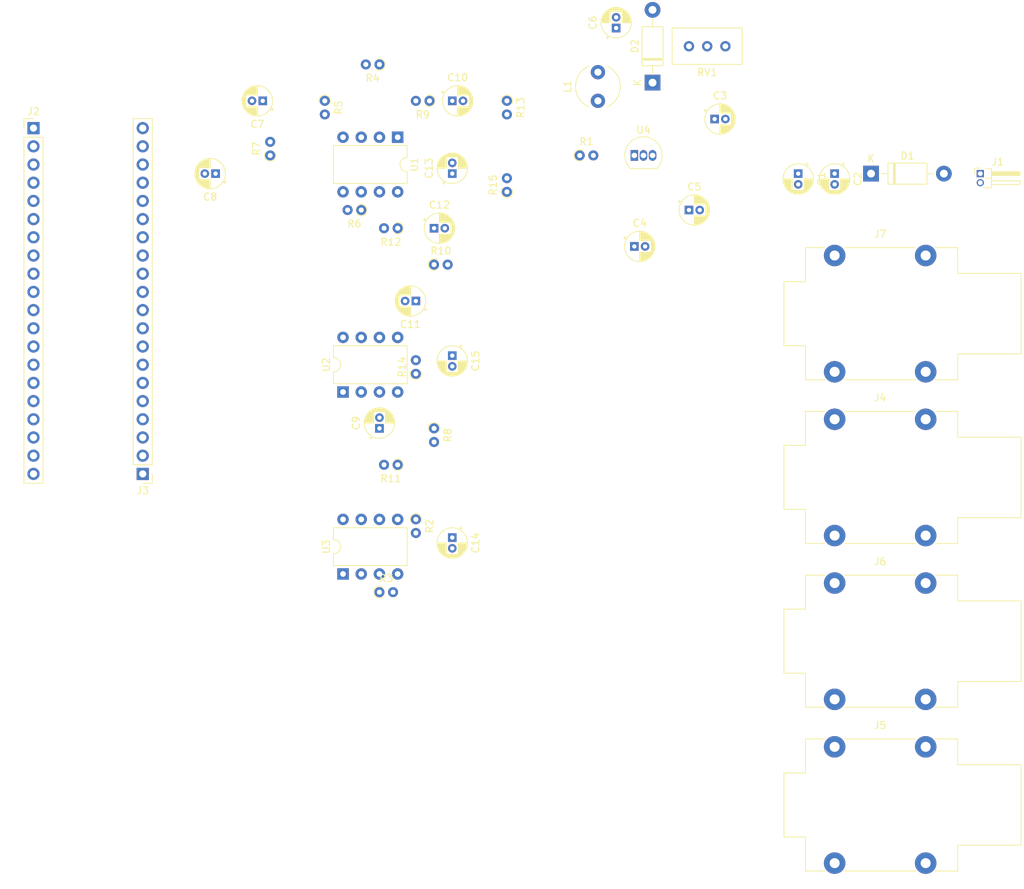
<source format=kicad_pcb>
(kicad_pcb (version 20171130) (host pcbnew 5.1.9)
  (layers (0 F.Cu signal) (31 B.Cu signal) (34 B.Paste user) (35 F.Paste user) (36 B.SilkS user) (37 F.SilkS user) (38 B.Mask user) (39 F.Mask user) (44 Edge.Cuts user))
  (net 0 "")
  (net 1 GND)
  (net 2 +9V)
  (net 3 "Net-(C4-Pad1)")
  (net 4 "Net-(C5-Pad1)")
  (net 5 +5V)
  (net 6 "Net-(C7-Pad2)")
  (net 7 "Net-(C7-Pad1)")
  (net 8 "Net-(C8-Pad2)")
  (net 9 "Net-(C8-Pad1)")
  (net 10 "Net-(C9-Pad1)")
  (net 11 "Net-(C9-Pad2)")
  (net 12 "Net-(C10-Pad1)")
  (net 13 "Net-(C10-Pad2)")
  (net 14 "Net-(C11-Pad1)")
  (net 15 "Net-(C11-Pad2)")
  (net 16 "Net-(C12-Pad1)")
  (net 17 "Net-(C12-Pad2)")
  (net 18 "Net-(D1-Pad2)")
  (net 19 "Net-(J2-Pad1)")
  (net 20 "Net-(J2-Pad2)")
  (net 21 "Net-(J2-Pad3)")
  (net 22 "Net-(J2-Pad4)")
  (net 23 "Net-(J2-Pad5)")
  (net 24 "Net-(J2-Pad6)")
  (net 25 "Net-(J2-Pad7)")
  (net 26 "Net-(J2-Pad8)")
  (net 27 "Net-(J2-Pad9)")
  (net 28 "Net-(J2-Pad10)")
  (net 29 "Net-(J2-Pad11)")
  (net 30 "Net-(J2-Pad12)")
  (net 31 "Net-(J2-Pad13)")
  (net 32 "Net-(J2-Pad14)")
  (net 33 "Net-(J2-Pad15)")
  (net 34 "Net-(J2-Pad16)")
  (net 35 "Net-(J2-Pad17)")
  (net 36 "Net-(J2-Pad18)")
  (net 37 "Net-(J3-Pad17)")
  (net 38 "Net-(J3-Pad16)")
  (net 39 "Net-(J3-Pad15)")
  (net 40 "Net-(J3-Pad14)")
  (net 41 "Net-(J3-Pad13)")
  (net 42 "Net-(J3-Pad12)")
  (net 43 "Net-(J3-Pad11)")
  (net 44 "Net-(J3-Pad10)")
  (net 45 "Net-(J3-Pad9)")
  (net 46 "Net-(J3-Pad8)")
  (net 47 "Net-(J3-Pad7)")
  (net 48 "Net-(J3-Pad6)")
  (net 49 "Net-(J3-Pad5)")
  (net 50 "Net-(J3-Pad4)")
  (net 51 "Net-(J3-Pad3)")
  (net 52 "Net-(J3-Pad2)")
  (net 53 "Net-(J3-Pad1)")
  (net 54 "Net-(R2-Pad2)")
  (net 55 +2V5)
  (net 56 "Net-(R9-Pad2)")
  (net 57 "Net-(R12-Pad2)")
  (module Capacitor_THT:CP_Radial_D4.0mm_P1.50mm (layer F.Cu) (at 312.42 -132.08 270)
    (fp_text reference C1 (at 0.75 -3.25 90) (layer F.SilkS))
    (fp_text value 10u)
    (pad 2 thru_hole circle (at 1.5 0 270) (size 1.2 1.2) (drill 0.6) (layers *.Cu *.Mask) (net 1 GND))
    (pad 1 thru_hole rect (at 0 0 270) (size 1.2 1.2) (drill 0.6) (layers *.Cu *.Mask) (net 2 +9V))
  )
  (module Capacitor_THT:CP_Radial_D4.0mm_P1.50mm (layer F.Cu) (at 317.5 -132.08 270)
    (fp_text reference C2 (at 0.75 -3.25 90) (layer F.SilkS))
    (fp_text value 100n)
    (pad 2 thru_hole circle (at 1.5 0 270) (size 1.2 1.2) (drill 0.6) (layers *.Cu *.Mask) (net 1 GND))
    (pad 1 thru_hole rect (at 0 0 270) (size 1.2 1.2) (drill 0.6) (layers *.Cu *.Mask) (net 2 +9V))
  )
  (module Capacitor_THT:CP_Radial_D4.0mm_P1.50mm (layer F.Cu) (at 300.76 -139.7)
    (fp_text reference C3 (at 0.75 -3.25) (layer F.SilkS))
    (fp_text value 100n)
    (pad 2 thru_hole circle (at 1.5 0) (size 1.2 1.2) (drill 0.6) (layers *.Cu *.Mask) (net 1 GND))
    (pad 1 thru_hole rect (at 0 0) (size 1.2 1.2) (drill 0.6) (layers *.Cu *.Mask) (net 2 +9V))
  )
  (module Capacitor_THT:CP_Radial_D4.0mm_P1.50mm (layer F.Cu) (at 289.56 -121.92)
    (fp_text reference C4 (at 0.75 -3.25) (layer F.SilkS))
    (fp_text value 10u)
    (pad 1 thru_hole rect (at 0 0) (size 1.2 1.2) (drill 0.6) (layers *.Cu *.Mask) (net 3 "Net-(C4-Pad1)"))
    (pad 2 thru_hole circle (at 1.5 0) (size 1.2 1.2) (drill 0.6) (layers *.Cu *.Mask) (net 1 GND))
  )
  (module Capacitor_THT:CP_Radial_D4.0mm_P1.50mm (layer F.Cu) (at 297.18 -127)
    (fp_text reference C5 (at 0.75 -3.25) (layer F.SilkS))
    (fp_text value 1u)
    (pad 1 thru_hole rect (at 0 0) (size 1.2 1.2) (drill 0.6) (layers *.Cu *.Mask) (net 4 "Net-(C5-Pad1)"))
    (pad 2 thru_hole circle (at 1.5 0) (size 1.2 1.2) (drill 0.6) (layers *.Cu *.Mask) (net 1 GND))
  )
  (module Capacitor_THT:CP_Radial_D4.0mm_P1.50mm (layer F.Cu) (at 287.02 -152.4 90)
    (fp_text reference C6 (at 0.75 -3.25 90) (layer F.SilkS))
    (fp_text value 10u)
    (pad 1 thru_hole rect (at 0 0 90) (size 1.2 1.2) (drill 0.6) (layers *.Cu *.Mask) (net 5 +5V))
    (pad 2 thru_hole circle (at 1.5 0 90) (size 1.2 1.2) (drill 0.6) (layers *.Cu *.Mask) (net 1 GND))
  )
  (module Capacitor_THT:CP_Radial_D4.0mm_P1.50mm (layer F.Cu) (at 237.72 -142.24 180)
    (fp_text reference C7 (at 0.75 -3.25) (layer F.SilkS))
    (fp_text value 10u)
    (pad 2 thru_hole circle (at 1.5 0 180) (size 1.2 1.2) (drill 0.6) (layers *.Cu *.Mask) (net 6 "Net-(C7-Pad2)"))
    (pad 1 thru_hole rect (at 0 0 180) (size 1.2 1.2) (drill 0.6) (layers *.Cu *.Mask) (net 7 "Net-(C7-Pad1)"))
  )
  (module Capacitor_THT:CP_Radial_D4.0mm_P1.50mm (layer F.Cu) (at 231.14 -132.08 180)
    (fp_text reference C8 (at 0.75 -3.25) (layer F.SilkS))
    (fp_text value 10u)
    (pad 2 thru_hole circle (at 1.5 0 180) (size 1.2 1.2) (drill 0.6) (layers *.Cu *.Mask) (net 8 "Net-(C8-Pad2)"))
    (pad 1 thru_hole rect (at 0 0 180) (size 1.2 1.2) (drill 0.6) (layers *.Cu *.Mask) (net 9 "Net-(C8-Pad1)"))
  )
  (module Capacitor_THT:CP_Radial_D4.0mm_P1.50mm (layer F.Cu) (at 254 -96.52 90)
    (fp_text reference C9 (at 0.75 -3.25 90) (layer F.SilkS))
    (fp_text value 10u)
    (pad 1 thru_hole rect (at 0 0 90) (size 1.2 1.2) (drill 0.6) (layers *.Cu *.Mask) (net 10 "Net-(C9-Pad1)"))
    (pad 2 thru_hole circle (at 1.5 0 90) (size 1.2 1.2) (drill 0.6) (layers *.Cu *.Mask) (net 11 "Net-(C9-Pad2)"))
  )
  (module Capacitor_THT:CP_Radial_D4.0mm_P1.50mm (layer F.Cu) (at 264.16 -142.24)
    (fp_text reference C10 (at 0.75 -3.25) (layer F.SilkS))
    (fp_text value 10u)
    (pad 1 thru_hole rect (at 0 0) (size 1.2 1.2) (drill 0.6) (layers *.Cu *.Mask) (net 12 "Net-(C10-Pad1)"))
    (pad 2 thru_hole circle (at 1.5 0) (size 1.2 1.2) (drill 0.6) (layers *.Cu *.Mask) (net 13 "Net-(C10-Pad2)"))
  )
  (module Capacitor_THT:CP_Radial_D4.0mm_P1.50mm (layer F.Cu) (at 259.08 -114.3 180)
    (fp_text reference C11 (at 0.75 -3.25) (layer F.SilkS))
    (fp_text value 10u)
    (pad 1 thru_hole rect (at 0 0 180) (size 1.2 1.2) (drill 0.6) (layers *.Cu *.Mask) (net 14 "Net-(C11-Pad1)"))
    (pad 2 thru_hole circle (at 1.5 0 180) (size 1.2 1.2) (drill 0.6) (layers *.Cu *.Mask) (net 15 "Net-(C11-Pad2)"))
  )
  (module Capacitor_THT:CP_Radial_D4.0mm_P1.50mm (layer F.Cu) (at 261.62 -124.46)
    (fp_text reference C12 (at 0.75 -3.25) (layer F.SilkS))
    (fp_text value 10u)
    (pad 1 thru_hole rect (at 0 0) (size 1.2 1.2) (drill 0.6) (layers *.Cu *.Mask) (net 16 "Net-(C12-Pad1)"))
    (pad 2 thru_hole circle (at 1.5 0) (size 1.2 1.2) (drill 0.6) (layers *.Cu *.Mask) (net 17 "Net-(C12-Pad2)"))
  )
  (module Capacitor_THT:CP_Radial_D4.0mm_P1.50mm (layer F.Cu) (at 264.16 -132.08 90)
    (fp_text reference C13 (at 0.75 -3.25 90) (layer F.SilkS))
    (fp_text value 100n)
    (pad 2 thru_hole circle (at 1.5 0 90) (size 1.2 1.2) (drill 0.6) (layers *.Cu *.Mask) (net 1 GND))
    (pad 1 thru_hole rect (at 0 0 90) (size 1.2 1.2) (drill 0.6) (layers *.Cu *.Mask) (net 5 +5V))
  )
  (module Capacitor_THT:CP_Radial_D4.0mm_P1.50mm (layer F.Cu) (at 264.16 -81.28 270)
    (fp_text reference C14 (at 0.75 -3.25 90) (layer F.SilkS))
    (fp_text value 100n)
    (pad 2 thru_hole circle (at 1.5 0 270) (size 1.2 1.2) (drill 0.6) (layers *.Cu *.Mask) (net 1 GND))
    (pad 1 thru_hole rect (at 0 0 270) (size 1.2 1.2) (drill 0.6) (layers *.Cu *.Mask) (net 5 +5V))
  )
  (module Capacitor_THT:CP_Radial_D4.0mm_P1.50mm (layer F.Cu) (at 264.16 -106.68 270)
    (fp_text reference C15 (at 0.75 -3.25 90) (layer F.SilkS))
    (fp_text value 100n)
    (pad 1 thru_hole rect (at 0 0 270) (size 1.2 1.2) (drill 0.6) (layers *.Cu *.Mask) (net 5 +5V))
    (pad 2 thru_hole circle (at 1.5 0 270) (size 1.2 1.2) (drill 0.6) (layers *.Cu *.Mask) (net 1 GND))
  )
  (module Diode_THT:D_DO-41_SOD81_P10.16mm_Horizontal (layer F.Cu) (at 322.58 -132.08)
    (fp_text reference D1 (at 5.08 -2.47) (layer F.SilkS))
    (fp_text value 1N4001)
    (fp_text user K (at 0 -2.1) (layer F.SilkS))
    (pad 1 thru_hole rect (at 0 0) (size 2.2 2.2) (drill 1.1) (layers *.Cu *.Mask) (net 2 +9V))
    (pad 2 thru_hole oval (at 10.16 0) (size 2.2 2.2) (drill 1.1) (layers *.Cu *.Mask) (net 18 "Net-(D1-Pad2)"))
  )
  (module Diode_THT:D_DO-41_SOD81_P10.16mm_Horizontal (layer F.Cu) (at 292.1 -144.78 90)
    (fp_text reference D2 (at 5.08 -2.47 90) (layer F.SilkS))
    (fp_text value 1N4001)
    (fp_text user K (at 0 -2.1 90) (layer F.SilkS))
    (pad 2 thru_hole oval (at 10.16 0 90) (size 2.2 2.2) (drill 1.1) (layers *.Cu *.Mask) (net 3 "Net-(C4-Pad1)"))
    (pad 1 thru_hole rect (at 0 0 90) (size 2.2 2.2) (drill 1.1) (layers *.Cu *.Mask) (net 4 "Net-(C5-Pad1)"))
  )
  (module Connector_PinHeader_1.27mm:PinHeader_1x02_P1.27mm_Horizontal (layer F.Cu) (at 337.82 -132.08)
    (fp_text reference J1 (at 2.4325 -1.635) (layer F.SilkS))
    (fp_text value Jack-DC)
    (pad 1 thru_hole rect (at 0 0) (size 1 1) (drill 0.65) (layers *.Cu *.Mask) (net 1 GND))
    (pad 2 thru_hole oval (at 0 1.27) (size 1 1) (drill 0.65) (layers *.Cu *.Mask) (net 18 "Net-(D1-Pad2)"))
  )
  (module Connector_Audio:Jack_6.35mm_Neutrik_NMJ4HFD2_Horizontal (layer F.Cu) (at 317.5 -97.79)
    (fp_text reference J4 (at 6.35 -3) (layer F.SilkS))
    (fp_text value AudioJack2)
    (pad TN thru_hole circle (at 0 16.23) (size 3 3) (drill 1.4) (layers *.Cu *.Mask))
    (pad SN thru_hole circle (at 12.7 16.23) (size 3 3) (drill 1.4) (layers *.Cu *.Mask))
    (pad T thru_hole circle (at 0 0) (size 3 3) (drill 1.4) (layers *.Cu *.Mask) (net 10 "Net-(C9-Pad1)"))
    (pad S thru_hole circle (at 12.7 0) (size 3 3) (drill 1.4) (layers *.Cu *.Mask) (net 1 GND))
  )
  (module Connector_Audio:Jack_6.35mm_Neutrik_NMJ4HFD2_Horizontal (layer F.Cu) (at 317.5 -52.07)
    (fp_text reference J5 (at 6.35 -3) (layer F.SilkS))
    (fp_text value AudioJack2)
    (pad S thru_hole circle (at 12.7 0) (size 3 3) (drill 1.4) (layers *.Cu *.Mask) (net 1 GND))
    (pad T thru_hole circle (at 0 0) (size 3 3) (drill 1.4) (layers *.Cu *.Mask) (net 14 "Net-(C11-Pad1)"))
    (pad SN thru_hole circle (at 12.7 16.23) (size 3 3) (drill 1.4) (layers *.Cu *.Mask))
    (pad TN thru_hole circle (at 0 16.23) (size 3 3) (drill 1.4) (layers *.Cu *.Mask))
  )
  (module Connector_Audio:Jack_6.35mm_Neutrik_NMJ4HFD2_Horizontal (layer F.Cu) (at 317.5 -74.93)
    (fp_text reference J6 (at 6.35 -3) (layer F.SilkS))
    (fp_text value AudioJack2)
    (pad S thru_hole circle (at 12.7 0) (size 3 3) (drill 1.4) (layers *.Cu *.Mask) (net 1 GND))
    (pad T thru_hole circle (at 0 0) (size 3 3) (drill 1.4) (layers *.Cu *.Mask) (net 13 "Net-(C10-Pad2)"))
    (pad SN thru_hole circle (at 12.7 16.23) (size 3 3) (drill 1.4) (layers *.Cu *.Mask))
    (pad TN thru_hole circle (at 0 16.23) (size 3 3) (drill 1.4) (layers *.Cu *.Mask))
  )
  (module Connector_Audio:Jack_6.35mm_Neutrik_NMJ4HFD2_Horizontal (layer F.Cu) (at 317.5 -120.65)
    (fp_text reference J7 (at 6.35 -3) (layer F.SilkS))
    (fp_text value AudioJack2)
    (pad TN thru_hole circle (at 0 16.23) (size 3 3) (drill 1.4) (layers *.Cu *.Mask))
    (pad SN thru_hole circle (at 12.7 16.23) (size 3 3) (drill 1.4) (layers *.Cu *.Mask))
    (pad T thru_hole circle (at 0 0) (size 3 3) (drill 1.4) (layers *.Cu *.Mask) (net 17 "Net-(C12-Pad2)"))
    (pad S thru_hole circle (at 12.7 0) (size 3 3) (drill 1.4) (layers *.Cu *.Mask) (net 1 GND))
  )
  (module Inductor_THT:L_Radial_D6.0mm_P4.00mm (layer F.Cu) (at 284.48 -142.24 90)
    (fp_text reference L1 (at 2 -4.25 90) (layer F.SilkS))
    (fp_text value INDUCTOR)
    (pad 1 thru_hole circle (at 0 0 90) (size 2 2) (drill 1) (layers *.Cu *.Mask) (net 4 "Net-(C5-Pad1)"))
    (pad 2 thru_hole circle (at 4 0 90) (size 2 2) (drill 1) (layers *.Cu *.Mask) (net 5 +5V))
  )
  (module Resistor_THT:R_Axial_DIN0204_L3.6mm_D1.6mm_P1.90mm_Vertical (layer F.Cu) (at 281.94 -134.62)
    (fp_text reference R1 (at 0.95 -1.92) (layer F.SilkS))
    (fp_text value 240)
    (pad 2 thru_hole oval (at 1.9 0) (size 1.4 1.4) (drill 0.7) (layers *.Cu *.Mask) (net 3 "Net-(C4-Pad1)"))
    (pad 1 thru_hole circle (at 0 0) (size 1.4 1.4) (drill 0.7) (layers *.Cu *.Mask) (net 4 "Net-(C5-Pad1)"))
  )
  (module Resistor_THT:R_Axial_DIN0204_L3.6mm_D1.6mm_P1.90mm_Vertical (layer F.Cu) (at 259.08 -83.82 270)
    (fp_text reference R2 (at 0.95 -1.92 90) (layer F.SilkS))
    (fp_text value 100k)
    (pad 1 thru_hole circle (at 0 0 270) (size 1.4 1.4) (drill 0.7) (layers *.Cu *.Mask) (net 5 +5V))
    (pad 2 thru_hole oval (at 1.9 0 270) (size 1.4 1.4) (drill 0.7) (layers *.Cu *.Mask) (net 54 "Net-(R2-Pad2)"))
  )
  (module Resistor_THT:R_Axial_DIN0204_L3.6mm_D1.6mm_P1.90mm_Vertical (layer F.Cu) (at 254 -73.66)
    (fp_text reference R3 (at 0.95 -1.92) (layer F.SilkS))
    (fp_text value 100k)
    (pad 1 thru_hole circle (at 0 0) (size 1.4 1.4) (drill 0.7) (layers *.Cu *.Mask) (net 54 "Net-(R2-Pad2)"))
    (pad 2 thru_hole oval (at 1.9 0) (size 1.4 1.4) (drill 0.7) (layers *.Cu *.Mask) (net 1 GND))
  )
  (module Resistor_THT:R_Axial_DIN0204_L3.6mm_D1.6mm_P1.90mm_Vertical (layer F.Cu) (at 254 -147.32 180)
    (fp_text reference R4 (at 0.95 -1.92) (layer F.SilkS))
    (fp_text value 2M)
    (pad 2 thru_hole oval (at 1.9 0 180) (size 1.4 1.4) (drill 0.7) (layers *.Cu *.Mask) (net 7 "Net-(C7-Pad1)"))
    (pad 1 thru_hole circle (at 0 0 180) (size 1.4 1.4) (drill 0.7) (layers *.Cu *.Mask) (net 5 +5V))
  )
  (module Resistor_THT:R_Axial_DIN0204_L3.6mm_D1.6mm_P1.90mm_Vertical (layer F.Cu) (at 246.38 -142.24 270)
    (fp_text reference R5 (at 0.95 -1.92 90) (layer F.SilkS))
    (fp_text value 2M)
    (pad 1 thru_hole circle (at 0 0 270) (size 1.4 1.4) (drill 0.7) (layers *.Cu *.Mask) (net 7 "Net-(C7-Pad1)"))
    (pad 2 thru_hole oval (at 1.9 0 270) (size 1.4 1.4) (drill 0.7) (layers *.Cu *.Mask) (net 1 GND))
  )
  (module Resistor_THT:R_Axial_DIN0204_L3.6mm_D1.6mm_P1.90mm_Vertical (layer F.Cu) (at 251.46 -127 180)
    (fp_text reference R6 (at 0.95 -1.92) (layer F.SilkS))
    (fp_text value 2M)
    (pad 2 thru_hole oval (at 1.9 0 180) (size 1.4 1.4) (drill 0.7) (layers *.Cu *.Mask) (net 9 "Net-(C8-Pad1)"))
    (pad 1 thru_hole circle (at 0 0 180) (size 1.4 1.4) (drill 0.7) (layers *.Cu *.Mask) (net 5 +5V))
  )
  (module Resistor_THT:R_Axial_DIN0204_L3.6mm_D1.6mm_P1.90mm_Vertical (layer F.Cu) (at 238.76 -134.62 90)
    (fp_text reference R7 (at 0.95 -1.92 90) (layer F.SilkS))
    (fp_text value 2M)
    (pad 1 thru_hole circle (at 0 0 90) (size 1.4 1.4) (drill 0.7) (layers *.Cu *.Mask) (net 9 "Net-(C8-Pad1)"))
    (pad 2 thru_hole oval (at 1.9 0 90) (size 1.4 1.4) (drill 0.7) (layers *.Cu *.Mask) (net 1 GND))
  )
  (module Resistor_THT:R_Axial_DIN0204_L3.6mm_D1.6mm_P1.90mm_Vertical (layer F.Cu) (at 261.62 -96.52 270)
    (fp_text reference R8 (at 0.95 -1.92 90) (layer F.SilkS))
    (fp_text value 2M)
    (pad 1 thru_hole circle (at 0 0 270) (size 1.4 1.4) (drill 0.7) (layers *.Cu *.Mask) (net 11 "Net-(C9-Pad2)"))
    (pad 2 thru_hole oval (at 1.9 0 270) (size 1.4 1.4) (drill 0.7) (layers *.Cu *.Mask) (net 55 +2V5))
  )
  (module Resistor_THT:R_Axial_DIN0204_L3.6mm_D1.6mm_P1.90mm_Vertical (layer F.Cu) (at 260.98 -142.24 180)
    (fp_text reference R9 (at 0.95 -1.92) (layer F.SilkS))
    (fp_text value 100)
    (pad 2 thru_hole oval (at 1.9 0 180) (size 1.4 1.4) (drill 0.7) (layers *.Cu *.Mask) (net 56 "Net-(R9-Pad2)"))
    (pad 1 thru_hole circle (at 0 0 180) (size 1.4 1.4) (drill 0.7) (layers *.Cu *.Mask) (net 12 "Net-(C10-Pad1)"))
  )
  (module Resistor_THT:R_Axial_DIN0204_L3.6mm_D1.6mm_P1.90mm_Vertical (layer F.Cu) (at 261.62 -119.38)
    (fp_text reference R10 (at 0.95 -1.92) (layer F.SilkS))
    (fp_text value 2M)
    (pad 2 thru_hole oval (at 1.9 0) (size 1.4 1.4) (drill 0.7) (layers *.Cu *.Mask) (net 55 +2V5))
    (pad 1 thru_hole circle (at 0 0) (size 1.4 1.4) (drill 0.7) (layers *.Cu *.Mask) (net 15 "Net-(C11-Pad2)"))
  )
  (module Resistor_THT:R_Axial_DIN0204_L3.6mm_D1.6mm_P1.90mm_Vertical (layer F.Cu) (at 256.54 -91.44 180)
    (fp_text reference R11 (at 0.95 -1.92) (layer F.SilkS))
    (fp_text value 2M)
    (pad 2 thru_hole oval (at 1.9 0 180) (size 1.4 1.4) (drill 0.7) (layers *.Cu *.Mask) (net 10 "Net-(C9-Pad1)"))
    (pad 1 thru_hole circle (at 0 0 180) (size 1.4 1.4) (drill 0.7) (layers *.Cu *.Mask) (net 1 GND))
  )
  (module Resistor_THT:R_Axial_DIN0204_L3.6mm_D1.6mm_P1.90mm_Vertical (layer F.Cu) (at 256.54 -124.46 180)
    (fp_text reference R12 (at 0.95 -1.92) (layer F.SilkS))
    (fp_text value 100)
    (pad 1 thru_hole circle (at 0 0 180) (size 1.4 1.4) (drill 0.7) (layers *.Cu *.Mask) (net 16 "Net-(C12-Pad1)"))
    (pad 2 thru_hole oval (at 1.9 0 180) (size 1.4 1.4) (drill 0.7) (layers *.Cu *.Mask) (net 57 "Net-(R12-Pad2)"))
  )
  (module Resistor_THT:R_Axial_DIN0204_L3.6mm_D1.6mm_P1.90mm_Vertical (layer F.Cu) (at 271.78 -142.24 270)
    (fp_text reference R13 (at 0.95 -1.92 90) (layer F.SilkS))
    (fp_text value 2M)
    (pad 1 thru_hole circle (at 0 0 270) (size 1.4 1.4) (drill 0.7) (layers *.Cu *.Mask) (net 13 "Net-(C10-Pad2)"))
    (pad 2 thru_hole oval (at 1.9 0 270) (size 1.4 1.4) (drill 0.7) (layers *.Cu *.Mask) (net 1 GND))
  )
  (module Resistor_THT:R_Axial_DIN0204_L3.6mm_D1.6mm_P1.90mm_Vertical (layer F.Cu) (at 259.08 -104.14 90)
    (fp_text reference R14 (at 0.95 -1.92 90) (layer F.SilkS))
    (fp_text value 2M)
    (pad 1 thru_hole circle (at 0 0 90) (size 1.4 1.4) (drill 0.7) (layers *.Cu *.Mask) (net 1 GND))
    (pad 2 thru_hole oval (at 1.9 0 90) (size 1.4 1.4) (drill 0.7) (layers *.Cu *.Mask) (net 14 "Net-(C11-Pad1)"))
  )
  (module Resistor_THT:R_Axial_DIN0204_L3.6mm_D1.6mm_P1.90mm_Vertical (layer F.Cu) (at 271.78 -129.54 90)
    (fp_text reference R15 (at 0.95 -1.92 90) (layer F.SilkS))
    (fp_text value 2M)
    (pad 2 thru_hole oval (at 1.9 0 90) (size 1.4 1.4) (drill 0.7) (layers *.Cu *.Mask) (net 1 GND))
    (pad 1 thru_hole circle (at 0 0 90) (size 1.4 1.4) (drill 0.7) (layers *.Cu *.Mask) (net 17 "Net-(C12-Pad2)"))
  )
  (module Potentiometer_THT:Potentiometer_Bourns_3296W_Vertical (layer F.Cu) (at 297.18 -149.86 180)
    (fp_text reference RV1 (at -2.54 -3.66) (layer F.SilkS))
    (fp_text value 5k)
    (pad 1 thru_hole circle (at 0 0 180) (size 1.44 1.44) (drill 0.8) (layers *.Cu *.Mask) (net 3 "Net-(C4-Pad1)"))
    (pad 2 thru_hole circle (at -2.54 0 180) (size 1.44 1.44) (drill 0.8) (layers *.Cu *.Mask) (net 1 GND))
    (pad 3 thru_hole circle (at -5.08 0 180) (size 1.44 1.44) (drill 0.8) (layers *.Cu *.Mask) (net 1 GND))
  )
  (module Package_DIP:DIP-8_W7.62mm (layer F.Cu) (at 256.54 -137.16 270)
    (fp_text reference U1 (at 3.81 -2.33 90) (layer F.SilkS))
    (fp_text value OPA2134)
    (pad 8 thru_hole oval (at 7.62 0 270) (size 1.6 1.6) (drill 0.8) (layers *.Cu *.Mask) (net 5 +5V))
    (pad 4 thru_hole oval (at 0 7.62 270) (size 1.6 1.6) (drill 0.8) (layers *.Cu *.Mask) (net 1 GND))
    (pad 7 thru_hole oval (at 7.62 2.54 270) (size 1.6 1.6) (drill 0.8) (layers *.Cu *.Mask) (net 57 "Net-(R12-Pad2)"))
    (pad 3 thru_hole oval (at 0 5.08 270) (size 1.6 1.6) (drill 0.8) (layers *.Cu *.Mask) (net 7 "Net-(C7-Pad1)"))
    (pad 6 thru_hole oval (at 7.62 5.08 270) (size 1.6 1.6) (drill 0.8) (layers *.Cu *.Mask) (net 57 "Net-(R12-Pad2)"))
    (pad 2 thru_hole oval (at 0 2.54 270) (size 1.6 1.6) (drill 0.8) (layers *.Cu *.Mask) (net 56 "Net-(R9-Pad2)"))
    (pad 5 thru_hole oval (at 7.62 7.62 270) (size 1.6 1.6) (drill 0.8) (layers *.Cu *.Mask) (net 9 "Net-(C8-Pad1)"))
    (pad 1 thru_hole rect (at 0 0 270) (size 1.6 1.6) (drill 0.8) (layers *.Cu *.Mask) (net 56 "Net-(R9-Pad2)"))
  )
  (module Package_DIP:DIP-8_W7.62mm (layer F.Cu) (at 248.92 -101.6 90)
    (fp_text reference U2 (at 3.81 -2.33 90) (layer F.SilkS))
    (fp_text value OPA2134)
    (pad 1 thru_hole rect (at 0 0 90) (size 1.6 1.6) (drill 0.8) (layers *.Cu *.Mask) (net 37 "Net-(J3-Pad17)"))
    (pad 5 thru_hole oval (at 7.62 7.62 90) (size 1.6 1.6) (drill 0.8) (layers *.Cu *.Mask) (net 15 "Net-(C11-Pad2)"))
    (pad 2 thru_hole oval (at 0 2.54 90) (size 1.6 1.6) (drill 0.8) (layers *.Cu *.Mask) (net 37 "Net-(J3-Pad17)"))
    (pad 6 thru_hole oval (at 7.62 5.08 90) (size 1.6 1.6) (drill 0.8) (layers *.Cu *.Mask) (net 38 "Net-(J3-Pad16)"))
    (pad 3 thru_hole oval (at 0 5.08 90) (size 1.6 1.6) (drill 0.8) (layers *.Cu *.Mask) (net 11 "Net-(C9-Pad2)"))
    (pad 7 thru_hole oval (at 7.62 2.54 90) (size 1.6 1.6) (drill 0.8) (layers *.Cu *.Mask) (net 38 "Net-(J3-Pad16)"))
    (pad 4 thru_hole oval (at 0 7.62 90) (size 1.6 1.6) (drill 0.8) (layers *.Cu *.Mask) (net 1 GND))
    (pad 8 thru_hole oval (at 7.62 0 90) (size 1.6 1.6) (drill 0.8) (layers *.Cu *.Mask) (net 5 +5V))
  )
  (module Package_DIP:DIP-8_W7.62mm (layer F.Cu) (at 248.92 -76.2 90)
    (fp_text reference U3 (at 3.81 -2.33 90) (layer F.SilkS))
    (fp_text value OPA2134)
    (pad 1 thru_hole rect (at 0 0 90) (size 1.6 1.6) (drill 0.8) (layers *.Cu *.Mask) (net 55 +2V5))
    (pad 5 thru_hole oval (at 7.62 7.62 90) (size 1.6 1.6) (drill 0.8) (layers *.Cu *.Mask))
    (pad 2 thru_hole oval (at 0 2.54 90) (size 1.6 1.6) (drill 0.8) (layers *.Cu *.Mask) (net 55 +2V5))
    (pad 6 thru_hole oval (at 7.62 5.08 90) (size 1.6 1.6) (drill 0.8) (layers *.Cu *.Mask))
    (pad 3 thru_hole oval (at 0 5.08 90) (size 1.6 1.6) (drill 0.8) (layers *.Cu *.Mask) (net 54 "Net-(R2-Pad2)"))
    (pad 7 thru_hole oval (at 7.62 2.54 90) (size 1.6 1.6) (drill 0.8) (layers *.Cu *.Mask))
    (pad 4 thru_hole oval (at 0 7.62 90) (size 1.6 1.6) (drill 0.8) (layers *.Cu *.Mask) (net 1 GND))
    (pad 8 thru_hole oval (at 7.62 0 90) (size 1.6 1.6) (drill 0.8) (layers *.Cu *.Mask) (net 5 +5V))
  )
  (module Package_TO_SOT_THT:TO-92_Inline (layer F.Cu) (at 289.56 -134.62)
    (fp_text reference U4 (at 1.27 -3.56) (layer F.SilkS))
    (fp_text value LM317L_TO92)
    (pad 2 thru_hole oval (at 1.27 0) (size 1.05 1.5) (drill 0.75) (layers *.Cu *.Mask) (net 4 "Net-(C5-Pad1)"))
    (pad 3 thru_hole oval (at 2.54 0) (size 1.05 1.5) (drill 0.75) (layers *.Cu *.Mask) (net 2 +9V))
    (pad 1 thru_hole rect (at 0 0) (size 1.05 1.5) (drill 0.75) (layers *.Cu *.Mask) (net 3 "Net-(C4-Pad1)"))
  )
  (module Connector_PinHeader_2.54mm:PinHeader_1x20_P2.54mm_Vertical (layer F.Cu) (at 205.74 -138.43)
    (fp_text reference J2 (at 0 -2.33) (layer F.SilkS))
    (fp_text value Conn_01x20)
    (pad 1 thru_hole rect (at 0 0) (size 1.7 1.7) (drill 1) (layers *.Cu *.Mask) (net 19 "Net-(J2-Pad1)"))
    (pad 2 thru_hole oval (at 0 2.54) (size 1.7 1.7) (drill 1) (layers *.Cu *.Mask) (net 20 "Net-(J2-Pad2)"))
    (pad 3 thru_hole oval (at 0 5.08) (size 1.7 1.7) (drill 1) (layers *.Cu *.Mask) (net 21 "Net-(J2-Pad3)"))
    (pad 4 thru_hole oval (at 0 7.62) (size 1.7 1.7) (drill 1) (layers *.Cu *.Mask) (net 22 "Net-(J2-Pad4)"))
    (pad 5 thru_hole oval (at 0 10.16) (size 1.7 1.7) (drill 1) (layers *.Cu *.Mask) (net 23 "Net-(J2-Pad5)"))
    (pad 6 thru_hole oval (at 0 12.7) (size 1.7 1.7) (drill 1) (layers *.Cu *.Mask) (net 24 "Net-(J2-Pad6)"))
    (pad 7 thru_hole oval (at 0 15.24) (size 1.7 1.7) (drill 1) (layers *.Cu *.Mask) (net 25 "Net-(J2-Pad7)"))
    (pad 8 thru_hole oval (at 0 17.78) (size 1.7 1.7) (drill 1) (layers *.Cu *.Mask) (net 26 "Net-(J2-Pad8)"))
    (pad 9 thru_hole oval (at 0 20.32) (size 1.7 1.7) (drill 1) (layers *.Cu *.Mask) (net 27 "Net-(J2-Pad9)"))
    (pad 10 thru_hole oval (at 0 22.86) (size 1.7 1.7) (drill 1) (layers *.Cu *.Mask) (net 28 "Net-(J2-Pad10)"))
    (pad 11 thru_hole oval (at 0 25.4) (size 1.7 1.7) (drill 1) (layers *.Cu *.Mask) (net 29 "Net-(J2-Pad11)"))
    (pad 12 thru_hole oval (at 0 27.94) (size 1.7 1.7) (drill 1) (layers *.Cu *.Mask) (net 30 "Net-(J2-Pad12)"))
    (pad 13 thru_hole oval (at 0 30.48) (size 1.7 1.7) (drill 1) (layers *.Cu *.Mask) (net 31 "Net-(J2-Pad13)"))
    (pad 14 thru_hole oval (at 0 33.02) (size 1.7 1.7) (drill 1) (layers *.Cu *.Mask) (net 32 "Net-(J2-Pad14)"))
    (pad 15 thru_hole oval (at 0 35.56) (size 1.7 1.7) (drill 1) (layers *.Cu *.Mask) (net 33 "Net-(J2-Pad15)"))
    (pad 16 thru_hole oval (at 0 38.1) (size 1.7 1.7) (drill 1) (layers *.Cu *.Mask) (net 34 "Net-(J2-Pad16)"))
    (pad 17 thru_hole oval (at 0 40.64) (size 1.7 1.7) (drill 1) (layers *.Cu *.Mask) (net 35 "Net-(J2-Pad17)"))
    (pad 18 thru_hole oval (at 0 43.18) (size 1.7 1.7) (drill 1) (layers *.Cu *.Mask) (net 36 "Net-(J2-Pad18)"))
    (pad 19 thru_hole oval (at 0 45.72) (size 1.7 1.7) (drill 1) (layers *.Cu *.Mask) (net 2 +9V))
    (pad 20 thru_hole oval (at 0 48.26) (size 1.7 1.7) (drill 1) (layers *.Cu *.Mask) (net 1 GND))
  )
  (module Connector_PinHeader_2.54mm:PinHeader_1x20_P2.54mm_Vertical (layer F.Cu) (at 220.98 -90.17 180)
    (fp_text reference J3 (at 0 -2.33) (layer F.SilkS))
    (fp_text value Conn_01x20)
    (pad 20 thru_hole oval (at 0 48.26 180) (size 1.7 1.7) (drill 1) (layers *.Cu *.Mask) (net 1 GND))
    (pad 19 thru_hole oval (at 0 45.72 180) (size 1.7 1.7) (drill 1) (layers *.Cu *.Mask) (net 6 "Net-(C7-Pad2)"))
    (pad 18 thru_hole oval (at 0 43.18 180) (size 1.7 1.7) (drill 1) (layers *.Cu *.Mask) (net 8 "Net-(C8-Pad2)"))
    (pad 17 thru_hole oval (at 0 40.64 180) (size 1.7 1.7) (drill 1) (layers *.Cu *.Mask) (net 37 "Net-(J3-Pad17)"))
    (pad 16 thru_hole oval (at 0 38.1 180) (size 1.7 1.7) (drill 1) (layers *.Cu *.Mask) (net 38 "Net-(J3-Pad16)"))
    (pad 15 thru_hole oval (at 0 35.56 180) (size 1.7 1.7) (drill 1) (layers *.Cu *.Mask) (net 39 "Net-(J3-Pad15)"))
    (pad 14 thru_hole oval (at 0 33.02 180) (size 1.7 1.7) (drill 1) (layers *.Cu *.Mask) (net 40 "Net-(J3-Pad14)"))
    (pad 13 thru_hole oval (at 0 30.48 180) (size 1.7 1.7) (drill 1) (layers *.Cu *.Mask) (net 41 "Net-(J3-Pad13)"))
    (pad 12 thru_hole oval (at 0 27.94 180) (size 1.7 1.7) (drill 1) (layers *.Cu *.Mask) (net 42 "Net-(J3-Pad12)"))
    (pad 11 thru_hole oval (at 0 25.4 180) (size 1.7 1.7) (drill 1) (layers *.Cu *.Mask) (net 43 "Net-(J3-Pad11)"))
    (pad 10 thru_hole oval (at 0 22.86 180) (size 1.7 1.7) (drill 1) (layers *.Cu *.Mask) (net 44 "Net-(J3-Pad10)"))
    (pad 9 thru_hole oval (at 0 20.32 180) (size 1.7 1.7) (drill 1) (layers *.Cu *.Mask) (net 45 "Net-(J3-Pad9)"))
    (pad 8 thru_hole oval (at 0 17.78 180) (size 1.7 1.7) (drill 1) (layers *.Cu *.Mask) (net 46 "Net-(J3-Pad8)"))
    (pad 7 thru_hole oval (at 0 15.24 180) (size 1.7 1.7) (drill 1) (layers *.Cu *.Mask) (net 47 "Net-(J3-Pad7)"))
    (pad 6 thru_hole oval (at 0 12.7 180) (size 1.7 1.7) (drill 1) (layers *.Cu *.Mask) (net 48 "Net-(J3-Pad6)"))
    (pad 5 thru_hole oval (at 0 10.16 180) (size 1.7 1.7) (drill 1) (layers *.Cu *.Mask) (net 49 "Net-(J3-Pad5)"))
    (pad 4 thru_hole oval (at 0 7.62 180) (size 1.7 1.7) (drill 1) (layers *.Cu *.Mask) (net 50 "Net-(J3-Pad4)"))
    (pad 3 thru_hole oval (at 0 5.08 180) (size 1.7 1.7) (drill 1) (layers *.Cu *.Mask) (net 51 "Net-(J3-Pad3)"))
    (pad 2 thru_hole oval (at 0 2.54 180) (size 1.7 1.7) (drill 1) (layers *.Cu *.Mask) (net 52 "Net-(J3-Pad2)"))
    (pad 1 thru_hole rect (at 0 0 180) (size 1.7 1.7) (drill 1) (layers *.Cu *.Mask) (net 53 "Net-(J3-Pad1)"))
  )
)
</source>
